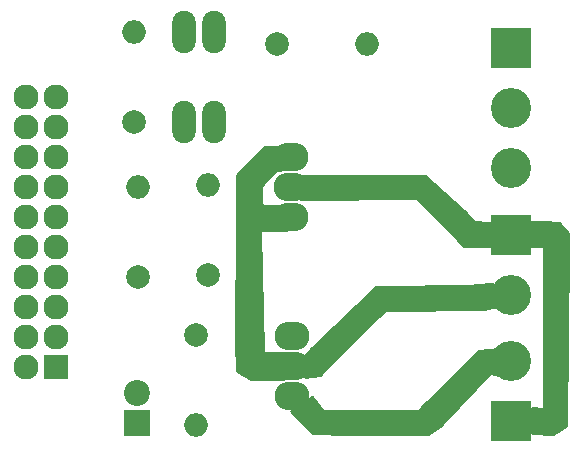
<source format=gbr>
G04 #@! TF.GenerationSoftware,KiCad,Pcbnew,(2017-11-24 revision a01d81e4b)-makepkg*
G04 #@! TF.CreationDate,2018-01-08T10:26:50+07:00*
G04 #@! TF.ProjectId,Motor DC power,4D6F746F7220444320706F7765722E6B,rev?*
G04 #@! TF.SameCoordinates,Original*
G04 #@! TF.FileFunction,Soldermask,Bot*
G04 #@! TF.FilePolarity,Negative*
%FSLAX46Y46*%
G04 Gerber Fmt 4.6, Leading zero omitted, Abs format (unit mm)*
G04 Created by KiCad (PCBNEW (2017-11-24 revision a01d81e4b)-makepkg) date 01/08/18 10:26:50*
%MOMM*%
%LPD*%
G01*
G04 APERTURE LIST*
%ADD10R,2.200000X2.200000*%
%ADD11C,2.200000*%
%ADD12C,2.000000*%
%ADD13O,2.000000X2.000000*%
%ADD14O,2.940000X2.432000*%
%ADD15R,2.127200X2.127200*%
%ADD16O,2.127200X2.127200*%
%ADD17R,3.400000X3.400000*%
%ADD18C,3.400000*%
%ADD19O,2.000000X3.600000*%
%ADD20C,0.254000*%
G04 APERTURE END LIST*
D10*
X112050000Y-121925000D03*
D11*
X112050000Y-119385000D03*
D12*
X117000000Y-114500000D03*
D13*
X117000000Y-122120000D03*
D14*
X125100000Y-101960000D03*
X125100000Y-104500000D03*
X125100000Y-99420000D03*
D15*
X105225000Y-117200000D03*
D16*
X102685000Y-117200000D03*
X105225000Y-114660000D03*
X102685000Y-114660000D03*
X105225000Y-112120000D03*
X102685000Y-112120000D03*
X105225000Y-109580000D03*
X102685000Y-109580000D03*
X105225000Y-107040000D03*
X102685000Y-107040000D03*
X105225000Y-104500000D03*
X102685000Y-104500000D03*
X105225000Y-101960000D03*
X102685000Y-101960000D03*
X105225000Y-99420000D03*
X102685000Y-99420000D03*
X105225000Y-96880000D03*
X102685000Y-96880000D03*
X105225000Y-94340000D03*
X102685000Y-94340000D03*
D17*
X143700000Y-90190000D03*
D18*
X143700000Y-95270000D03*
X143700000Y-100350000D03*
D17*
X143700000Y-106020000D03*
D18*
X143700000Y-111100000D03*
D17*
X143700000Y-121780000D03*
D18*
X143700000Y-116700000D03*
D14*
X125200000Y-117100000D03*
X125200000Y-119640000D03*
X125200000Y-114560000D03*
D12*
X111750000Y-96450000D03*
D13*
X111750000Y-88830000D03*
D12*
X123900000Y-89875000D03*
D13*
X131520000Y-89875000D03*
D12*
X112100000Y-109570000D03*
D13*
X112100000Y-101950000D03*
D12*
X118025000Y-109425000D03*
D13*
X118025000Y-101805000D03*
D19*
X116005000Y-96460000D03*
X118545000Y-96460000D03*
X118545000Y-88840000D03*
X116005000Y-88840000D03*
D20*
G36*
X124537165Y-100392366D02*
X123884248Y-100473981D01*
X123837221Y-100489602D01*
X123806680Y-100513858D01*
X122606680Y-101813858D01*
X122580819Y-101856128D01*
X122573000Y-101900000D01*
X122573000Y-103400000D01*
X122582667Y-103448601D01*
X122610197Y-103489803D01*
X122651399Y-103517333D01*
X122700000Y-103527000D01*
X124678402Y-103527000D01*
X124767358Y-105573000D01*
X122600000Y-105573000D01*
X122551399Y-105582667D01*
X122510197Y-105610197D01*
X122482667Y-105651399D01*
X122473024Y-105702490D01*
X122673024Y-115902490D01*
X122683643Y-115950892D01*
X122711975Y-115991546D01*
X122753709Y-116018263D01*
X122800000Y-116027000D01*
X124473000Y-116027000D01*
X124473000Y-118173000D01*
X121732020Y-118173000D01*
X120524003Y-117522530D01*
X120427024Y-115098051D01*
X120526994Y-104601209D01*
X120527000Y-104600000D01*
X120527000Y-100951094D01*
X122854130Y-98527000D01*
X124004203Y-98527000D01*
X124537165Y-100392366D01*
X124537165Y-100392366D01*
G37*
X124537165Y-100392366D02*
X123884248Y-100473981D01*
X123837221Y-100489602D01*
X123806680Y-100513858D01*
X122606680Y-101813858D01*
X122580819Y-101856128D01*
X122573000Y-101900000D01*
X122573000Y-103400000D01*
X122582667Y-103448601D01*
X122610197Y-103489803D01*
X122651399Y-103517333D01*
X122700000Y-103527000D01*
X124678402Y-103527000D01*
X124767358Y-105573000D01*
X122600000Y-105573000D01*
X122551399Y-105582667D01*
X122510197Y-105610197D01*
X122482667Y-105651399D01*
X122473024Y-105702490D01*
X122673024Y-115902490D01*
X122683643Y-115950892D01*
X122711975Y-115991546D01*
X122753709Y-116018263D01*
X122800000Y-116027000D01*
X124473000Y-116027000D01*
X124473000Y-118173000D01*
X121732020Y-118173000D01*
X120524003Y-117522530D01*
X120427024Y-115098051D01*
X120526994Y-104601209D01*
X120527000Y-104600000D01*
X120527000Y-100951094D01*
X122854130Y-98527000D01*
X124004203Y-98527000D01*
X124537165Y-100392366D01*
G36*
X139812257Y-104091863D02*
X140610197Y-104889803D01*
X140651399Y-104917333D01*
X140688502Y-104926478D01*
X141788502Y-105026478D01*
X141802645Y-105026972D01*
X146596037Y-104927110D01*
X147743092Y-105022698D01*
X148573000Y-105852606D01*
X148573000Y-107099165D01*
X148373956Y-122226497D01*
X147268782Y-122871182D01*
X145527000Y-122779509D01*
X145527000Y-120640334D01*
X146387363Y-120726370D01*
X146436685Y-120721586D01*
X146480421Y-120698293D01*
X146511914Y-120660035D01*
X146527000Y-120600000D01*
X146527000Y-107100000D01*
X146517333Y-107051399D01*
X146489803Y-107010197D01*
X146448601Y-106982667D01*
X146400000Y-106973000D01*
X139753525Y-106973000D01*
X135790904Y-102911313D01*
X135750046Y-102883276D01*
X135698730Y-102873006D01*
X125827000Y-102971723D01*
X125827000Y-101027000D01*
X136450794Y-101027000D01*
X139812257Y-104091863D01*
X139812257Y-104091863D01*
G37*
X139812257Y-104091863D02*
X140610197Y-104889803D01*
X140651399Y-104917333D01*
X140688502Y-104926478D01*
X141788502Y-105026478D01*
X141802645Y-105026972D01*
X146596037Y-104927110D01*
X147743092Y-105022698D01*
X148573000Y-105852606D01*
X148573000Y-107099165D01*
X148373956Y-122226497D01*
X147268782Y-122871182D01*
X145527000Y-122779509D01*
X145527000Y-120640334D01*
X146387363Y-120726370D01*
X146436685Y-120721586D01*
X146480421Y-120698293D01*
X146511914Y-120660035D01*
X146527000Y-120600000D01*
X146527000Y-107100000D01*
X146517333Y-107051399D01*
X146489803Y-107010197D01*
X146448601Y-106982667D01*
X146400000Y-106973000D01*
X139753525Y-106973000D01*
X135790904Y-102911313D01*
X135750046Y-102883276D01*
X135698730Y-102873006D01*
X125827000Y-102971723D01*
X125827000Y-101027000D01*
X136450794Y-101027000D01*
X139812257Y-104091863D01*
G36*
X142547828Y-112073000D02*
X142100000Y-112073000D01*
X142059839Y-112079517D01*
X141478655Y-112273245D01*
X133098488Y-112373009D01*
X133050006Y-112383254D01*
X133011286Y-112409122D01*
X128811286Y-116509122D01*
X128806935Y-116513583D01*
X127537985Y-117880145D01*
X126227000Y-118054943D01*
X126227000Y-116161039D01*
X126679336Y-115799170D01*
X126688155Y-115791420D01*
X132251903Y-110426377D01*
X140401549Y-110326991D01*
X140456796Y-110313592D01*
X140633479Y-110225250D01*
X142195170Y-110133386D01*
X142547828Y-112073000D01*
X142547828Y-112073000D01*
G37*
X142547828Y-112073000D02*
X142100000Y-112073000D01*
X142059839Y-112079517D01*
X141478655Y-112273245D01*
X133098488Y-112373009D01*
X133050006Y-112383254D01*
X133011286Y-112409122D01*
X128811286Y-116509122D01*
X128806935Y-116513583D01*
X127537985Y-117880145D01*
X126227000Y-118054943D01*
X126227000Y-116161039D01*
X126679336Y-115799170D01*
X126688155Y-115791420D01*
X132251903Y-110426377D01*
X140401549Y-110326991D01*
X140456796Y-110313592D01*
X140633479Y-110225250D01*
X142195170Y-110133386D01*
X142547828Y-112073000D01*
G36*
X142579558Y-117833505D02*
X142034890Y-117677886D01*
X141985503Y-117673830D01*
X141938323Y-117688982D01*
X141907156Y-117713346D01*
X137718183Y-122201531D01*
X136663018Y-122873000D01*
X130002049Y-122873000D01*
X126954291Y-122774685D01*
X125100653Y-120921047D01*
X126874644Y-119767953D01*
X127802436Y-120881303D01*
X127840976Y-120912451D01*
X127900000Y-120927000D01*
X135900000Y-120927000D01*
X135948601Y-120917333D01*
X135989803Y-120889803D01*
X136013592Y-120856796D01*
X136104374Y-120675232D01*
X140958011Y-115821595D01*
X142667231Y-115641677D01*
X142579558Y-117833505D01*
X142579558Y-117833505D01*
G37*
X142579558Y-117833505D02*
X142034890Y-117677886D01*
X141985503Y-117673830D01*
X141938323Y-117688982D01*
X141907156Y-117713346D01*
X137718183Y-122201531D01*
X136663018Y-122873000D01*
X130002049Y-122873000D01*
X126954291Y-122774685D01*
X125100653Y-120921047D01*
X126874644Y-119767953D01*
X127802436Y-120881303D01*
X127840976Y-120912451D01*
X127900000Y-120927000D01*
X135900000Y-120927000D01*
X135948601Y-120917333D01*
X135989803Y-120889803D01*
X136013592Y-120856796D01*
X136104374Y-120675232D01*
X140958011Y-115821595D01*
X142667231Y-115641677D01*
X142579558Y-117833505D01*
M02*

</source>
